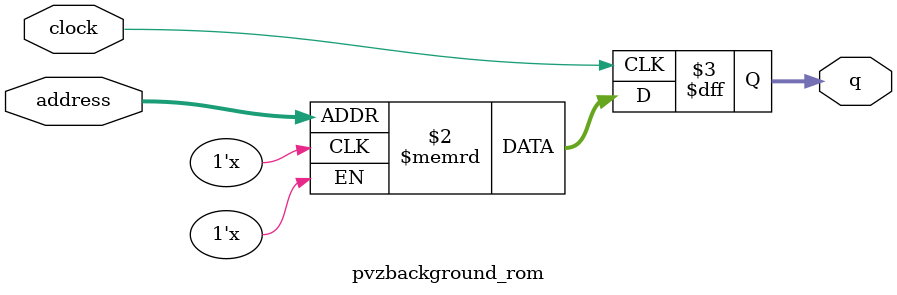
<source format=sv>
module pvzbackground_rom (
	input logic clock,
	input logic [17:0] address,
	output logic [3:0] q
);

logic [3:0] memory [0:153599] /* synthesis ram_init_file = "./pvzbackground/pvzbackground.COE" */;

always_ff @ (posedge clock) begin
	q <= memory[address];
end

endmodule

</source>
